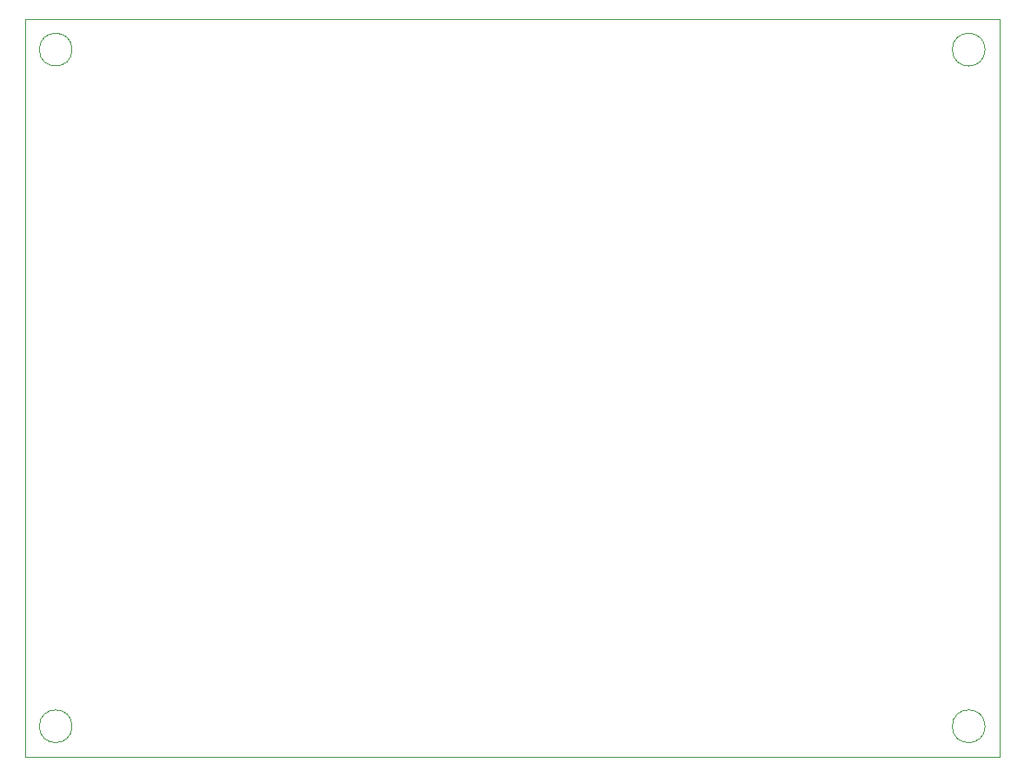
<source format=gbr>
%TF.GenerationSoftware,KiCad,Pcbnew,7.0.2*%
%TF.CreationDate,2023-10-17T20:48:40+09:00*%
%TF.ProjectId,Bridge,42726964-6765-42e6-9b69-6361645f7063,rev?*%
%TF.SameCoordinates,Original*%
%TF.FileFunction,Profile,NP*%
%FSLAX46Y46*%
G04 Gerber Fmt 4.6, Leading zero omitted, Abs format (unit mm)*
G04 Created by KiCad (PCBNEW 7.0.2) date 2023-10-17 20:48:40*
%MOMM*%
%LPD*%
G01*
G04 APERTURE LIST*
%TA.AperFunction,Profile*%
%ADD10C,0.100000*%
%TD*%
G04 APERTURE END LIST*
D10*
X198500000Y-134600000D02*
G75*
G03*
X198500000Y-134600000I-1600000J0D01*
G01*
X198500000Y-68600000D02*
G75*
G03*
X198500000Y-68600000I-1600000J0D01*
G01*
X109500000Y-134600000D02*
G75*
G03*
X109500000Y-134600000I-1600000J0D01*
G01*
X104900000Y-65600000D02*
X199900000Y-65600000D01*
X199900000Y-137600000D01*
X104900000Y-137600000D01*
X104900000Y-65600000D01*
X109500000Y-68600000D02*
G75*
G03*
X109500000Y-68600000I-1600000J0D01*
G01*
M02*

</source>
